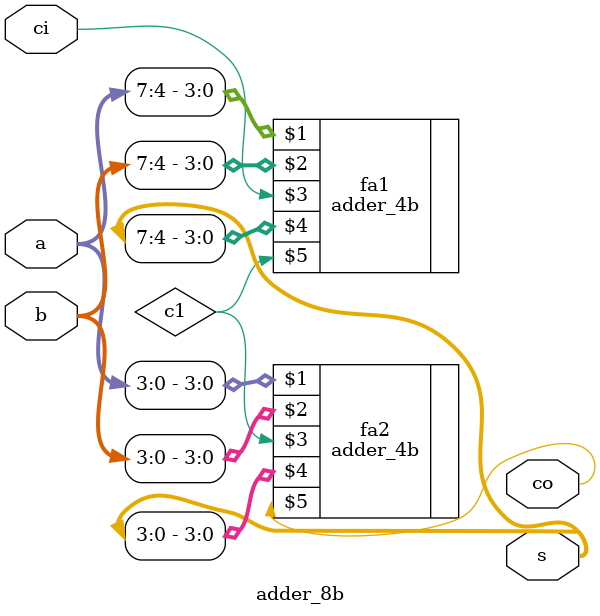
<source format=v>
`include "adder_4b.v"

module adder_8b(input[7:0] a, b, input ci, output[7:0] s, output co);
    wire c1;

    adder_4b fa1(a[7:4], b[7:4], ci, s[7:4], c1);
    adder_4b fa2(a[3:0], b[3:0], c1, s[3:0], co);
endmodule
</source>
